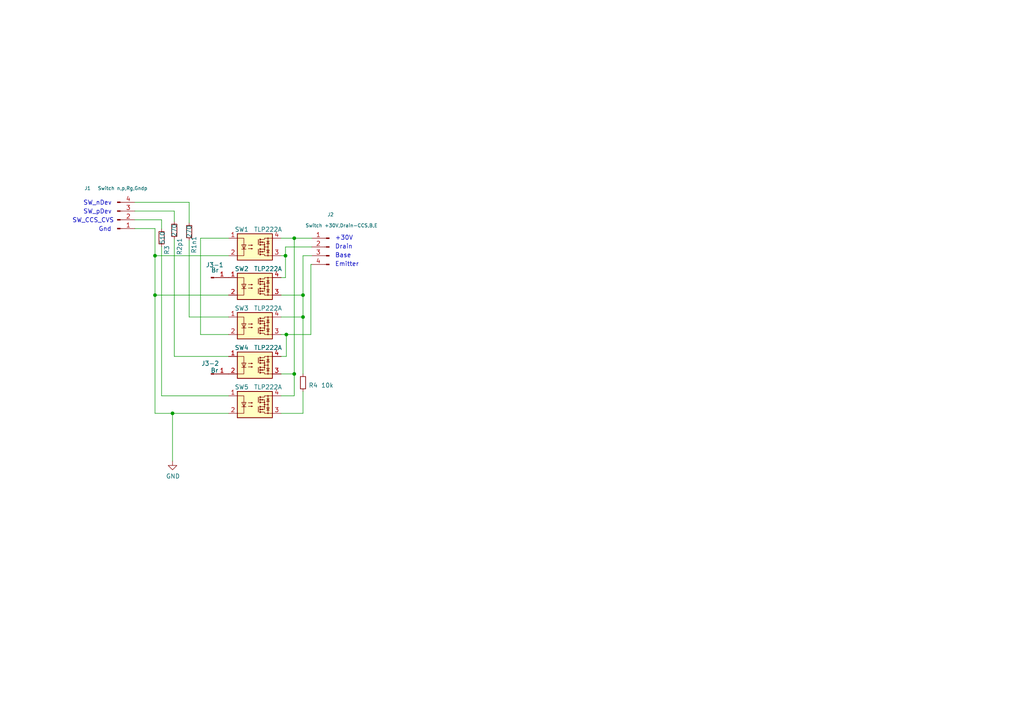
<source format=kicad_sch>
(kicad_sch (version 20211123) (generator eeschema)

  (uuid 4100db7a-9230-4f32-874f-cc5db8c21215)

  (paper "A4")

  (lib_symbols
    (symbol "Connector:Conn_01x01_Male" (pin_names (offset 1.016) hide) (in_bom yes) (on_board yes)
      (property "Reference" "J" (id 0) (at 0 2.54 0)
        (effects (font (size 1.27 1.27)))
      )
      (property "Value" "Conn_01x01_Male" (id 1) (at 0 -2.54 0)
        (effects (font (size 1.27 1.27)))
      )
      (property "Footprint" "" (id 2) (at 0 0 0)
        (effects (font (size 1.27 1.27)) hide)
      )
      (property "Datasheet" "~" (id 3) (at 0 0 0)
        (effects (font (size 1.27 1.27)) hide)
      )
      (property "ki_keywords" "connector" (id 4) (at 0 0 0)
        (effects (font (size 1.27 1.27)) hide)
      )
      (property "ki_description" "Generic connector, single row, 01x01, script generated (kicad-library-utils/schlib/autogen/connector/)" (id 5) (at 0 0 0)
        (effects (font (size 1.27 1.27)) hide)
      )
      (property "ki_fp_filters" "Connector*:*" (id 6) (at 0 0 0)
        (effects (font (size 1.27 1.27)) hide)
      )
      (symbol "Conn_01x01_Male_1_1"
        (polyline
          (pts
            (xy 1.27 0)
            (xy 0.8636 0)
          )
          (stroke (width 0.1524) (type default) (color 0 0 0 0))
          (fill (type none))
        )
        (rectangle (start 0.8636 0.127) (end 0 -0.127)
          (stroke (width 0.1524) (type default) (color 0 0 0 0))
          (fill (type outline))
        )
        (pin passive line (at 5.08 0 180) (length 3.81)
          (name "Pin_1" (effects (font (size 1.27 1.27))))
          (number "1" (effects (font (size 1.27 1.27))))
        )
      )
    )
    (symbol "Connector:Conn_01x04_Male" (pin_names (offset 1.016) hide) (in_bom yes) (on_board yes)
      (property "Reference" "J" (id 0) (at 0 5.08 0)
        (effects (font (size 1.27 1.27)))
      )
      (property "Value" "Conn_01x04_Male" (id 1) (at 0 -7.62 0)
        (effects (font (size 1.27 1.27)))
      )
      (property "Footprint" "" (id 2) (at 0 0 0)
        (effects (font (size 1.27 1.27)) hide)
      )
      (property "Datasheet" "~" (id 3) (at 0 0 0)
        (effects (font (size 1.27 1.27)) hide)
      )
      (property "ki_keywords" "connector" (id 4) (at 0 0 0)
        (effects (font (size 1.27 1.27)) hide)
      )
      (property "ki_description" "Generic connector, single row, 01x04, script generated (kicad-library-utils/schlib/autogen/connector/)" (id 5) (at 0 0 0)
        (effects (font (size 1.27 1.27)) hide)
      )
      (property "ki_fp_filters" "Connector*:*_1x??_*" (id 6) (at 0 0 0)
        (effects (font (size 1.27 1.27)) hide)
      )
      (symbol "Conn_01x04_Male_1_1"
        (polyline
          (pts
            (xy 1.27 -5.08)
            (xy 0.8636 -5.08)
          )
          (stroke (width 0.1524) (type default) (color 0 0 0 0))
          (fill (type none))
        )
        (polyline
          (pts
            (xy 1.27 -2.54)
            (xy 0.8636 -2.54)
          )
          (stroke (width 0.1524) (type default) (color 0 0 0 0))
          (fill (type none))
        )
        (polyline
          (pts
            (xy 1.27 0)
            (xy 0.8636 0)
          )
          (stroke (width 0.1524) (type default) (color 0 0 0 0))
          (fill (type none))
        )
        (polyline
          (pts
            (xy 1.27 2.54)
            (xy 0.8636 2.54)
          )
          (stroke (width 0.1524) (type default) (color 0 0 0 0))
          (fill (type none))
        )
        (rectangle (start 0.8636 -4.953) (end 0 -5.207)
          (stroke (width 0.1524) (type default) (color 0 0 0 0))
          (fill (type outline))
        )
        (rectangle (start 0.8636 -2.413) (end 0 -2.667)
          (stroke (width 0.1524) (type default) (color 0 0 0 0))
          (fill (type outline))
        )
        (rectangle (start 0.8636 0.127) (end 0 -0.127)
          (stroke (width 0.1524) (type default) (color 0 0 0 0))
          (fill (type outline))
        )
        (rectangle (start 0.8636 2.667) (end 0 2.413)
          (stroke (width 0.1524) (type default) (color 0 0 0 0))
          (fill (type outline))
        )
        (pin passive line (at 5.08 2.54 180) (length 3.81)
          (name "Pin_1" (effects (font (size 1.27 1.27))))
          (number "1" (effects (font (size 1.27 1.27))))
        )
        (pin passive line (at 5.08 0 180) (length 3.81)
          (name "Pin_2" (effects (font (size 1.27 1.27))))
          (number "2" (effects (font (size 1.27 1.27))))
        )
        (pin passive line (at 5.08 -2.54 180) (length 3.81)
          (name "Pin_3" (effects (font (size 1.27 1.27))))
          (number "3" (effects (font (size 1.27 1.27))))
        )
        (pin passive line (at 5.08 -5.08 180) (length 3.81)
          (name "Pin_4" (effects (font (size 1.27 1.27))))
          (number "4" (effects (font (size 1.27 1.27))))
        )
      )
    )
    (symbol "Device:R_Small" (pin_numbers hide) (pin_names (offset 0.254) hide) (in_bom yes) (on_board yes)
      (property "Reference" "R" (id 0) (at 0.762 0.508 0)
        (effects (font (size 1.27 1.27)) (justify left))
      )
      (property "Value" "R_Small" (id 1) (at 0.762 -1.016 0)
        (effects (font (size 1.27 1.27)) (justify left))
      )
      (property "Footprint" "" (id 2) (at 0 0 0)
        (effects (font (size 1.27 1.27)) hide)
      )
      (property "Datasheet" "~" (id 3) (at 0 0 0)
        (effects (font (size 1.27 1.27)) hide)
      )
      (property "ki_keywords" "R resistor" (id 4) (at 0 0 0)
        (effects (font (size 1.27 1.27)) hide)
      )
      (property "ki_description" "Resistor, small symbol" (id 5) (at 0 0 0)
        (effects (font (size 1.27 1.27)) hide)
      )
      (property "ki_fp_filters" "R_*" (id 6) (at 0 0 0)
        (effects (font (size 1.27 1.27)) hide)
      )
      (symbol "R_Small_0_1"
        (rectangle (start -0.762 1.778) (end 0.762 -1.778)
          (stroke (width 0.2032) (type default) (color 0 0 0 0))
          (fill (type none))
        )
      )
      (symbol "R_Small_1_1"
        (pin passive line (at 0 2.54 270) (length 0.762)
          (name "~" (effects (font (size 1.27 1.27))))
          (number "1" (effects (font (size 1.27 1.27))))
        )
        (pin passive line (at 0 -2.54 90) (length 0.762)
          (name "~" (effects (font (size 1.27 1.27))))
          (number "2" (effects (font (size 1.27 1.27))))
        )
      )
    )
    (symbol "Relay_SolidState:TLP222A" (in_bom yes) (on_board yes)
      (property "Reference" "U" (id 0) (at -5.08 5.08 0)
        (effects (font (size 1.27 1.27)) (justify left))
      )
      (property "Value" "TLP222A" (id 1) (at 0 5.08 0)
        (effects (font (size 1.27 1.27)) (justify left))
      )
      (property "Footprint" "Package_DIP:DIP-4_W7.62mm" (id 2) (at -5.08 -5.08 0)
        (effects (font (size 1.27 1.27) italic) (justify left) hide)
      )
      (property "Datasheet" "https://toshiba.semicon-storage.com/info/docget.jsp?did=17036&prodName=TLP222A" (id 3) (at 0 0 0)
        (effects (font (size 1.27 1.27)) (justify left) hide)
      )
      (property "ki_keywords" "MOSFET Output Photorelay 1-Form-A" (id 4) (at 0 0 0)
        (effects (font (size 1.27 1.27)) hide)
      )
      (property "ki_description" "MOSFET Photorelay 1-Form-A, Voff 60V, Ion 0,5A, DIP4" (id 5) (at 0 0 0)
        (effects (font (size 1.27 1.27)) hide)
      )
      (property "ki_fp_filters" "DIP*W7.62mm*" (id 6) (at 0 0 0)
        (effects (font (size 1.27 1.27)) hide)
      )
      (symbol "TLP222A_0_1"
        (rectangle (start -5.08 3.81) (end 5.08 -3.81)
          (stroke (width 0.254) (type default) (color 0 0 0 0))
          (fill (type background))
        )
        (polyline
          (pts
            (xy -3.81 -0.635)
            (xy -2.54 -0.635)
          )
          (stroke (width 0) (type default) (color 0 0 0 0))
          (fill (type none))
        )
        (polyline
          (pts
            (xy 1.016 -0.635)
            (xy 1.016 -2.159)
          )
          (stroke (width 0.2032) (type default) (color 0 0 0 0))
          (fill (type none))
        )
        (polyline
          (pts
            (xy 1.016 2.159)
            (xy 1.016 0.635)
          )
          (stroke (width 0.2032) (type default) (color 0 0 0 0))
          (fill (type none))
        )
        (polyline
          (pts
            (xy 1.524 -0.508)
            (xy 1.524 -0.762)
          )
          (stroke (width 0.3556) (type default) (color 0 0 0 0))
          (fill (type none))
        )
        (polyline
          (pts
            (xy 2.794 0)
            (xy 3.81 0)
          )
          (stroke (width 0) (type default) (color 0 0 0 0))
          (fill (type none))
        )
        (polyline
          (pts
            (xy 3.429 -1.651)
            (xy 4.191 -1.651)
          )
          (stroke (width 0) (type default) (color 0 0 0 0))
          (fill (type none))
        )
        (polyline
          (pts
            (xy 3.429 1.651)
            (xy 4.191 1.651)
          )
          (stroke (width 0) (type default) (color 0 0 0 0))
          (fill (type none))
        )
        (polyline
          (pts
            (xy 3.81 -2.54)
            (xy 3.81 2.54)
          )
          (stroke (width 0) (type default) (color 0 0 0 0))
          (fill (type none))
        )
        (polyline
          (pts
            (xy 1.524 -2.032)
            (xy 1.524 -2.286)
            (xy 1.524 -2.286)
          )
          (stroke (width 0.3556) (type default) (color 0 0 0 0))
          (fill (type none))
        )
        (polyline
          (pts
            (xy 1.524 -1.27)
            (xy 1.524 -1.524)
            (xy 1.524 -1.524)
          )
          (stroke (width 0.3556) (type default) (color 0 0 0 0))
          (fill (type none))
        )
        (polyline
          (pts
            (xy 1.524 0.762)
            (xy 1.524 0.508)
            (xy 1.524 0.508)
          )
          (stroke (width 0.3556) (type default) (color 0 0 0 0))
          (fill (type none))
        )
        (polyline
          (pts
            (xy 1.524 1.524)
            (xy 1.524 1.27)
            (xy 1.524 1.27)
          )
          (stroke (width 0.3556) (type default) (color 0 0 0 0))
          (fill (type none))
        )
        (polyline
          (pts
            (xy 1.524 2.286)
            (xy 1.524 2.032)
            (xy 1.524 2.032)
          )
          (stroke (width 0.3556) (type default) (color 0 0 0 0))
          (fill (type none))
        )
        (polyline
          (pts
            (xy 1.651 -1.397)
            (xy 2.794 -1.397)
            (xy 2.794 -0.635)
          )
          (stroke (width 0) (type default) (color 0 0 0 0))
          (fill (type none))
        )
        (polyline
          (pts
            (xy 1.651 1.397)
            (xy 2.794 1.397)
            (xy 2.794 0.635)
          )
          (stroke (width 0) (type default) (color 0 0 0 0))
          (fill (type none))
        )
        (polyline
          (pts
            (xy -5.08 2.54)
            (xy -3.175 2.54)
            (xy -3.175 -2.54)
            (xy -5.08 -2.54)
          )
          (stroke (width 0) (type default) (color 0 0 0 0))
          (fill (type none))
        )
        (polyline
          (pts
            (xy -3.175 -0.635)
            (xy -3.81 0.635)
            (xy -2.54 0.635)
            (xy -3.175 -0.635)
          )
          (stroke (width 0) (type default) (color 0 0 0 0))
          (fill (type none))
        )
        (polyline
          (pts
            (xy 1.651 -2.159)
            (xy 2.794 -2.159)
            (xy 2.794 -2.54)
            (xy 5.08 -2.54)
          )
          (stroke (width 0) (type default) (color 0 0 0 0))
          (fill (type none))
        )
        (polyline
          (pts
            (xy 1.651 -0.635)
            (xy 2.794 -0.635)
            (xy 2.794 0.635)
            (xy 1.651 0.635)
          )
          (stroke (width 0) (type default) (color 0 0 0 0))
          (fill (type none))
        )
        (polyline
          (pts
            (xy 1.651 2.159)
            (xy 2.794 2.159)
            (xy 2.794 2.54)
            (xy 5.08 2.54)
          )
          (stroke (width 0) (type default) (color 0 0 0 0))
          (fill (type none))
        )
        (polyline
          (pts
            (xy 1.778 -1.397)
            (xy 2.286 -1.27)
            (xy 2.286 -1.524)
            (xy 1.778 -1.397)
          )
          (stroke (width 0) (type default) (color 0 0 0 0))
          (fill (type none))
        )
        (polyline
          (pts
            (xy 1.778 1.397)
            (xy 2.286 1.524)
            (xy 2.286 1.27)
            (xy 1.778 1.397)
          )
          (stroke (width 0) (type default) (color 0 0 0 0))
          (fill (type none))
        )
        (polyline
          (pts
            (xy 3.81 -1.651)
            (xy 3.429 -0.889)
            (xy 4.191 -0.889)
            (xy 3.81 -1.651)
          )
          (stroke (width 0) (type default) (color 0 0 0 0))
          (fill (type none))
        )
        (polyline
          (pts
            (xy 3.81 1.651)
            (xy 3.429 0.889)
            (xy 4.191 0.889)
            (xy 3.81 1.651)
          )
          (stroke (width 0) (type default) (color 0 0 0 0))
          (fill (type none))
        )
        (polyline
          (pts
            (xy -1.905 -0.508)
            (xy -0.635 -0.508)
            (xy -1.016 -0.635)
            (xy -1.016 -0.381)
            (xy -0.635 -0.508)
          )
          (stroke (width 0) (type default) (color 0 0 0 0))
          (fill (type none))
        )
        (polyline
          (pts
            (xy -1.905 0.508)
            (xy -0.635 0.508)
            (xy -1.016 0.381)
            (xy -1.016 0.635)
            (xy -0.635 0.508)
          )
          (stroke (width 0) (type default) (color 0 0 0 0))
          (fill (type none))
        )
        (circle (center 2.794 -0.635) (radius 0.127)
          (stroke (width 0) (type default) (color 0 0 0 0))
          (fill (type none))
        )
        (circle (center 2.794 0) (radius 0.127)
          (stroke (width 0) (type default) (color 0 0 0 0))
          (fill (type none))
        )
        (circle (center 2.794 0.635) (radius 0.127)
          (stroke (width 0) (type default) (color 0 0 0 0))
          (fill (type none))
        )
        (circle (center 3.81 -2.54) (radius 0.127)
          (stroke (width 0) (type default) (color 0 0 0 0))
          (fill (type none))
        )
        (circle (center 3.81 0) (radius 0.127)
          (stroke (width 0) (type default) (color 0 0 0 0))
          (fill (type none))
        )
        (circle (center 3.81 2.54) (radius 0.127)
          (stroke (width 0) (type default) (color 0 0 0 0))
          (fill (type none))
        )
      )
      (symbol "TLP222A_1_1"
        (pin passive line (at -7.62 2.54 0) (length 2.54)
          (name "~" (effects (font (size 1.27 1.27))))
          (number "1" (effects (font (size 1.27 1.27))))
        )
        (pin passive line (at -7.62 -2.54 0) (length 2.54)
          (name "~" (effects (font (size 1.27 1.27))))
          (number "2" (effects (font (size 1.27 1.27))))
        )
        (pin passive line (at 7.62 -2.54 180) (length 2.54)
          (name "~" (effects (font (size 1.27 1.27))))
          (number "3" (effects (font (size 1.27 1.27))))
        )
        (pin passive line (at 7.62 2.54 180) (length 2.54)
          (name "~" (effects (font (size 1.27 1.27))))
          (number "4" (effects (font (size 1.27 1.27))))
        )
      )
    )
    (symbol "power:GND" (power) (pin_names (offset 0)) (in_bom yes) (on_board yes)
      (property "Reference" "#PWR" (id 0) (at 0 -6.35 0)
        (effects (font (size 1.27 1.27)) hide)
      )
      (property "Value" "GND" (id 1) (at 0 -3.81 0)
        (effects (font (size 1.27 1.27)))
      )
      (property "Footprint" "" (id 2) (at 0 0 0)
        (effects (font (size 1.27 1.27)) hide)
      )
      (property "Datasheet" "" (id 3) (at 0 0 0)
        (effects (font (size 1.27 1.27)) hide)
      )
      (property "ki_keywords" "global power" (id 4) (at 0 0 0)
        (effects (font (size 1.27 1.27)) hide)
      )
      (property "ki_description" "Power symbol creates a global label with name \"GND\" , ground" (id 5) (at 0 0 0)
        (effects (font (size 1.27 1.27)) hide)
      )
      (symbol "GND_0_1"
        (polyline
          (pts
            (xy 0 0)
            (xy 0 -1.27)
            (xy 1.27 -1.27)
            (xy 0 -2.54)
            (xy -1.27 -1.27)
            (xy 0 -1.27)
          )
          (stroke (width 0) (type default) (color 0 0 0 0))
          (fill (type none))
        )
      )
      (symbol "GND_1_1"
        (pin power_in line (at 0 0 270) (length 0) hide
          (name "GND" (effects (font (size 1.27 1.27))))
          (number "1" (effects (font (size 1.27 1.27))))
        )
      )
    )
  )

  (junction (at 85.344 108.458) (diameter 0) (color 0 0 0 0)
    (uuid 1fd86ab9-479a-4ba6-b98b-2d6f10503408)
  )
  (junction (at 44.958 74.168) (diameter 0) (color 0 0 0 0)
    (uuid 2d6d2eff-df19-4a56-ad29-ee84f1a4f0e2)
  )
  (junction (at 85.344 69.088) (diameter 0) (color 0 0 0 0)
    (uuid 2e8f7772-32c1-477c-b7d5-e302535d989a)
  )
  (junction (at 82.804 74.168) (diameter 0) (color 0 0 0 0)
    (uuid 372bb323-fc0c-415d-98b0-000fa22a2828)
  )
  (junction (at 87.884 85.598) (diameter 0) (color 0 0 0 0)
    (uuid 6f083b58-4795-42ea-a871-163dc39d025a)
  )
  (junction (at 50.038 119.888) (diameter 0) (color 0 0 0 0)
    (uuid a6b9e26e-6a0b-42c6-b58f-9f1e13a51943)
  )
  (junction (at 44.958 85.598) (diameter 0) (color 0 0 0 0)
    (uuid de1f553e-abdf-4ce7-9142-a3cbfe9302a1)
  )
  (junction (at 83.058 97.028) (diameter 0) (color 0 0 0 0)
    (uuid e7afa008-2d81-4642-a60a-b97c690a09a7)
  )
  (junction (at 87.884 91.948) (diameter 0) (color 0 0 0 0)
    (uuid f7e42e41-5764-4eba-a320-78c92bd9a3d6)
  )

  (wire (pts (xy 44.958 74.168) (xy 44.958 85.598))
    (stroke (width 0) (type default) (color 0 0 0 0))
    (uuid 10a79efa-a547-43df-b303-1c0ec1fee9f6)
  )
  (wire (pts (xy 44.958 119.888) (xy 44.958 85.598))
    (stroke (width 0) (type default) (color 0 0 0 0))
    (uuid 15137571-5678-4c5f-ad16-3be5d9868c5b)
  )
  (wire (pts (xy 81.534 108.458) (xy 85.344 108.458))
    (stroke (width 0) (type default) (color 0 0 0 0))
    (uuid 15daee67-08df-47a1-943b-1d133b597e90)
  )
  (wire (pts (xy 44.958 66.294) (xy 44.958 74.168))
    (stroke (width 0) (type default) (color 0 0 0 0))
    (uuid 21141220-5f5e-4fbe-b35a-50ea4c9930e9)
  )
  (wire (pts (xy 87.884 85.598) (xy 87.884 91.948))
    (stroke (width 0) (type default) (color 0 0 0 0))
    (uuid 2b42ab25-4771-4eaa-96f9-70a828866b78)
  )
  (wire (pts (xy 66.294 114.808) (xy 46.863 114.808))
    (stroke (width 0) (type default) (color 0 0 0 0))
    (uuid 2be8928c-674e-4648-b85c-c451fe7ef362)
  )
  (wire (pts (xy 81.534 114.808) (xy 85.344 114.808))
    (stroke (width 0) (type default) (color 0 0 0 0))
    (uuid 30861110-19e6-40e7-b5d9-3de16f134125)
  )
  (wire (pts (xy 81.534 103.378) (xy 83.058 103.378))
    (stroke (width 0) (type default) (color 0 0 0 0))
    (uuid 330250ae-6a0e-4827-9da2-1f93dd9a6054)
  )
  (wire (pts (xy 50.546 61.214) (xy 50.546 64.262))
    (stroke (width 0) (type default) (color 0 0 0 0))
    (uuid 33094ffe-b342-4a39-81a4-004c440a6e51)
  )
  (wire (pts (xy 58.166 69.088) (xy 66.294 69.088))
    (stroke (width 0) (type default) (color 0 0 0 0))
    (uuid 40a30a4c-1f8a-413d-bddd-7539d2f80485)
  )
  (wire (pts (xy 82.804 74.168) (xy 82.804 71.628))
    (stroke (width 0) (type default) (color 0 0 0 0))
    (uuid 42cbd19d-d389-45a8-ad86-a3ba49c33657)
  )
  (wire (pts (xy 81.534 80.518) (xy 82.804 80.518))
    (stroke (width 0) (type default) (color 0 0 0 0))
    (uuid 43b6712b-1c27-4e20-b1ed-0340a6f418c7)
  )
  (wire (pts (xy 58.166 69.088) (xy 58.166 97.028))
    (stroke (width 0) (type default) (color 0 0 0 0))
    (uuid 43f1f9d6-deb4-46c8-937b-0eba14c33823)
  )
  (wire (pts (xy 90.17 97.028) (xy 90.17 76.708))
    (stroke (width 0) (type default) (color 0 0 0 0))
    (uuid 459e7480-93da-4d26-8161-8985a2177fcf)
  )
  (wire (pts (xy 81.534 74.168) (xy 82.804 74.168))
    (stroke (width 0) (type default) (color 0 0 0 0))
    (uuid 48782628-f238-4c22-8773-0c13ece411da)
  )
  (wire (pts (xy 50.546 69.342) (xy 50.546 103.378))
    (stroke (width 0) (type default) (color 0 0 0 0))
    (uuid 4c2ad6cf-bb9a-4dde-b7cf-13bf53e2f226)
  )
  (wire (pts (xy 83.058 97.028) (xy 90.17 97.028))
    (stroke (width 0) (type default) (color 0 0 0 0))
    (uuid 59045fe6-af56-4491-b0d5-439780158e09)
  )
  (wire (pts (xy 87.884 74.168) (xy 87.884 85.598))
    (stroke (width 0) (type default) (color 0 0 0 0))
    (uuid 59d3971c-3de3-4cde-b447-3c2e7e20c851)
  )
  (wire (pts (xy 44.958 119.888) (xy 50.038 119.888))
    (stroke (width 0) (type default) (color 0 0 0 0))
    (uuid 5d7bfd7b-8498-4a2c-be38-93966b926848)
  )
  (wire (pts (xy 54.864 91.948) (xy 66.294 91.948))
    (stroke (width 0) (type default) (color 0 0 0 0))
    (uuid 625cbdda-43a7-42b5-b62b-a6aa65b52d7d)
  )
  (wire (pts (xy 81.534 85.598) (xy 87.884 85.598))
    (stroke (width 0) (type default) (color 0 0 0 0))
    (uuid 74b70a8d-fbbf-4d60-9fe8-93216d114a74)
  )
  (wire (pts (xy 87.884 113.538) (xy 87.884 119.888))
    (stroke (width 0) (type default) (color 0 0 0 0))
    (uuid 7eb8bd25-1bf2-46a0-ae00-6a86c9dcf853)
  )
  (wire (pts (xy 39.116 58.674) (xy 54.864 58.674))
    (stroke (width 0) (type default) (color 0 0 0 0))
    (uuid 82ca0ae8-4355-4435-aaa1-cab5ec4b2e54)
  )
  (wire (pts (xy 39.116 66.294) (xy 44.958 66.294))
    (stroke (width 0) (type default) (color 0 0 0 0))
    (uuid 83cb9b54-74b9-4b1a-8737-abf055823ef2)
  )
  (wire (pts (xy 82.804 71.628) (xy 90.424 71.628))
    (stroke (width 0) (type default) (color 0 0 0 0))
    (uuid 862e3e38-1711-46ea-b9b4-293e2470416d)
  )
  (wire (pts (xy 39.116 63.754) (xy 46.863 63.754))
    (stroke (width 0) (type default) (color 0 0 0 0))
    (uuid 8698beaa-63b3-4dc2-bac5-7b8622a9d631)
  )
  (wire (pts (xy 81.534 69.088) (xy 85.344 69.088))
    (stroke (width 0) (type default) (color 0 0 0 0))
    (uuid 8b05a6d9-820a-4318-a3e6-3c8452db608b)
  )
  (wire (pts (xy 85.344 69.088) (xy 85.344 108.458))
    (stroke (width 0) (type default) (color 0 0 0 0))
    (uuid 8f438442-91f1-4202-b47b-91b8182a4de6)
  )
  (wire (pts (xy 81.534 97.028) (xy 83.058 97.028))
    (stroke (width 0) (type default) (color 0 0 0 0))
    (uuid a0e32253-3b2c-4619-8af6-9ff7a5fa7e9a)
  )
  (wire (pts (xy 46.863 63.754) (xy 46.863 66.421))
    (stroke (width 0) (type default) (color 0 0 0 0))
    (uuid a9c3e3e3-924e-46bd-bc5a-2f9248ee2ca8)
  )
  (wire (pts (xy 44.958 74.168) (xy 66.294 74.168))
    (stroke (width 0) (type default) (color 0 0 0 0))
    (uuid ab2c5fa4-56dd-4b20-a205-93dca63eab3b)
  )
  (wire (pts (xy 81.534 119.888) (xy 87.884 119.888))
    (stroke (width 0) (type default) (color 0 0 0 0))
    (uuid aec7942a-d721-401a-b9e2-875ab81a6b67)
  )
  (wire (pts (xy 50.546 103.378) (xy 66.294 103.378))
    (stroke (width 0) (type default) (color 0 0 0 0))
    (uuid aee68ca9-527d-4f50-ac59-421cd99a63a1)
  )
  (wire (pts (xy 87.884 91.948) (xy 87.884 108.458))
    (stroke (width 0) (type default) (color 0 0 0 0))
    (uuid b6518771-5e3e-4258-b388-153b6b6c9bea)
  )
  (wire (pts (xy 44.958 85.598) (xy 66.294 85.598))
    (stroke (width 0) (type default) (color 0 0 0 0))
    (uuid b727255e-f4c8-4085-aab8-ab4aa19324a7)
  )
  (wire (pts (xy 81.534 91.948) (xy 87.884 91.948))
    (stroke (width 0) (type default) (color 0 0 0 0))
    (uuid bb16b176-b9e5-4b28-91ec-67305619fe90)
  )
  (wire (pts (xy 87.884 74.168) (xy 90.424 74.168))
    (stroke (width 0) (type default) (color 0 0 0 0))
    (uuid bb53ffa4-c573-47fe-85e4-e64b76bbd6c5)
  )
  (wire (pts (xy 85.344 69.088) (xy 90.424 69.088))
    (stroke (width 0) (type default) (color 0 0 0 0))
    (uuid c0a38de0-3922-4d53-831e-29a2c1307ee8)
  )
  (wire (pts (xy 82.804 74.168) (xy 82.804 80.518))
    (stroke (width 0) (type default) (color 0 0 0 0))
    (uuid c36623e6-52f3-47f7-80a3-f169ebb59116)
  )
  (wire (pts (xy 83.058 97.028) (xy 83.058 103.378))
    (stroke (width 0) (type default) (color 0 0 0 0))
    (uuid c4580c1f-c2ed-4ae7-8a12-2b7b8dc4e813)
  )
  (wire (pts (xy 39.116 61.214) (xy 50.546 61.214))
    (stroke (width 0) (type default) (color 0 0 0 0))
    (uuid c47d7973-7028-4168-8388-ecb2bb798573)
  )
  (wire (pts (xy 50.038 119.888) (xy 50.038 133.731))
    (stroke (width 0) (type default) (color 0 0 0 0))
    (uuid cc1e22d4-dd12-44b3-b687-56daedf624ed)
  )
  (wire (pts (xy 46.863 71.501) (xy 46.863 114.808))
    (stroke (width 0) (type default) (color 0 0 0 0))
    (uuid d69ccc4a-3dff-40a0-aa1d-4d80a071ae1f)
  )
  (wire (pts (xy 54.864 58.674) (xy 54.864 64.643))
    (stroke (width 0) (type default) (color 0 0 0 0))
    (uuid d82f357a-2af1-4681-9529-7868fbcde57a)
  )
  (wire (pts (xy 50.038 119.888) (xy 66.294 119.888))
    (stroke (width 0) (type default) (color 0 0 0 0))
    (uuid dce02531-4e0a-40eb-b360-7062ebd13d33)
  )
  (wire (pts (xy 90.17 76.708) (xy 90.424 76.708))
    (stroke (width 0) (type default) (color 0 0 0 0))
    (uuid e6c10b74-344f-44ac-993e-80fab8b97a89)
  )
  (wire (pts (xy 85.344 108.458) (xy 85.344 114.808))
    (stroke (width 0) (type default) (color 0 0 0 0))
    (uuid f2fc50d3-afa4-4fd8-ae78-a6c089bf41f3)
  )
  (wire (pts (xy 54.864 91.948) (xy 54.864 69.723))
    (stroke (width 0) (type default) (color 0 0 0 0))
    (uuid f5fff607-f11d-4e9f-86f1-c77918d0eca5)
  )
  (wire (pts (xy 58.166 97.028) (xy 66.294 97.028))
    (stroke (width 0) (type default) (color 0 0 0 0))
    (uuid faa12b58-fa65-45fc-8e19-d1ae5b374aff)
  )

  (text "Base" (at 97.155 74.93 0)
    (effects (font (size 1.27 1.27)) (justify left bottom))
    (uuid 23d4c5b6-1733-451a-90ea-5506711af135)
  )
  (text "SW_pDev" (at 24.13 62.23 0)
    (effects (font (size 1.27 1.27)) (justify left bottom))
    (uuid 28ac73b1-a4a7-4947-bef5-0ba52fc47adc)
  )
  (text "SW_CCS_CVS" (at 20.955 64.77 0)
    (effects (font (size 1.27 1.27)) (justify left bottom))
    (uuid 3bf9b5cd-e05e-4c23-9b4d-daabfc6ecb90)
  )
  (text "SW_nDev" (at 24.13 59.69 0)
    (effects (font (size 1.27 1.27)) (justify left bottom))
    (uuid 8082fac7-e53f-4ab8-bd7d-4b852c75f3ff)
  )
  (text "+30V" (at 97.155 69.85 0)
    (effects (font (size 1.27 1.27)) (justify left bottom))
    (uuid 81c376c0-bb59-40c9-b0dc-9da0315a4802)
  )
  (text "Drain" (at 97.155 72.39 0)
    (effects (font (size 1.27 1.27)) (justify left bottom))
    (uuid a95347ce-8739-42d9-ac6f-c7105f14d2d7)
  )
  (text "Emitter" (at 97.155 77.47 0)
    (effects (font (size 1.27 1.27)) (justify left bottom))
    (uuid e5a86e50-9494-4caa-af8c-221cb67b9fe6)
  )
  (text "Gnd" (at 28.575 67.31 0)
    (effects (font (size 1.27 1.27)) (justify left bottom))
    (uuid f2f171fd-81ef-4213-9f6b-dad7e191b3ad)
  )

  (symbol (lib_id "Relay_SolidState:TLP222A") (at 73.914 71.628 0) (unit 1)
    (in_bom yes) (on_board yes)
    (uuid 00000000-0000-0000-0000-0000620a01b4)
    (property "Reference" "SW1" (id 0) (at 70.104 66.548 0))
    (property "Value" "TLP222A" (id 1) (at 77.724 66.548 0))
    (property "Footprint" "Package_DIP:DIP-4_W7.62mm" (id 2) (at 68.834 76.708 0)
      (effects (font (size 1.27 1.27) italic) (justify left) hide)
    )
    (property "Datasheet" "https://toshiba.semicon-storage.com/info/docget.jsp?did=17036&prodName=TLP222A" (id 3) (at 73.914 71.628 0)
      (effects (font (size 1.27 1.27)) (justify left) hide)
    )
    (pin "1" (uuid 6c7358b8-ceca-41f8-a851-7337fbefcf9e))
    (pin "2" (uuid 16b0fef2-500a-4acb-b90a-414e347b3051))
    (pin "3" (uuid 94aa1deb-75e5-4ff1-9091-4890e237f1b6))
    (pin "4" (uuid 5a9980db-cdd9-4a99-8f6a-21bf31debb52))
  )

  (symbol (lib_id "Relay_SolidState:TLP222A") (at 73.914 105.918 0) (unit 1)
    (in_bom yes) (on_board yes)
    (uuid 00000000-0000-0000-0000-0000621cdc23)
    (property "Reference" "SW4" (id 0) (at 70.104 100.838 0))
    (property "Value" "TLP222A" (id 1) (at 77.724 100.838 0))
    (property "Footprint" "Package_DIP:DIP-4_W7.62mm" (id 2) (at 68.834 110.998 0)
      (effects (font (size 1.27 1.27) italic) (justify left) hide)
    )
    (property "Datasheet" "https://toshiba.semicon-storage.com/info/docget.jsp?did=17036&prodName=TLP222A" (id 3) (at 73.914 105.918 0)
      (effects (font (size 1.27 1.27)) (justify left) hide)
    )
    (pin "1" (uuid fa008ff9-cefb-4269-805d-1debc2290ad3))
    (pin "2" (uuid f3bdb640-e38d-4998-89c1-3aaf90a54634))
    (pin "3" (uuid 2b038ae5-fb68-41f9-8381-cc18575913c3))
    (pin "4" (uuid b0e13ad4-5d7c-4926-8c8f-121cd9cb3094))
  )

  (symbol (lib_id "Device:R_Small") (at 54.864 67.183 180) (unit 1)
    (in_bom yes) (on_board yes)
    (uuid 00000000-0000-0000-0000-0000621eabd4)
    (property "Reference" "R1n1" (id 0) (at 56.261 70.993 90))
    (property "Value" "270" (id 1) (at 54.864 67.183 90))
    (property "Footprint" "Resistor_SMD:R_1206_3216Metric_Pad1.30x1.75mm_HandSolder" (id 2) (at 54.864 67.183 0)
      (effects (font (size 1.27 1.27)) hide)
    )
    (property "Datasheet" "~" (id 3) (at 54.864 67.183 0)
      (effects (font (size 1.27 1.27)) hide)
    )
    (pin "1" (uuid 84983ce1-1610-446c-8624-306615b7ef72))
    (pin "2" (uuid ab8ebeb6-0723-4728-96f4-13f0c4edee18))
  )

  (symbol (lib_id "Device:R_Small") (at 50.546 66.802 0) (unit 1)
    (in_bom yes) (on_board yes)
    (uuid 00000000-0000-0000-0000-0000621ec67f)
    (property "Reference" "R2p1" (id 0) (at 52.07 71.501 90))
    (property "Value" "270" (id 1) (at 50.546 66.802 90))
    (property "Footprint" "Resistor_SMD:R_1206_3216Metric_Pad1.30x1.75mm_HandSolder" (id 2) (at 50.546 66.802 0)
      (effects (font (size 1.27 1.27)) hide)
    )
    (property "Datasheet" "~" (id 3) (at 50.546 66.802 0)
      (effects (font (size 1.27 1.27)) hide)
    )
    (pin "1" (uuid aba186c7-25de-469e-a1bb-b2e22086502d))
    (pin "2" (uuid 12079283-fdc8-4c74-b1a7-ff342ae8143d))
  )

  (symbol (lib_id "Device:R_Small") (at 46.863 68.961 0) (unit 1)
    (in_bom yes) (on_board yes)
    (uuid 00000000-0000-0000-0000-000062257219)
    (property "Reference" "R3" (id 0) (at 48.387 72.517 90))
    (property "Value" "510" (id 1) (at 47.117 68.961 90))
    (property "Footprint" "Resistor_SMD:R_1206_3216Metric_Pad1.30x1.75mm_HandSolder" (id 2) (at 46.863 68.961 0)
      (effects (font (size 1.27 1.27)) hide)
    )
    (property "Datasheet" "~" (id 3) (at 46.863 68.961 0)
      (effects (font (size 1.27 1.27)) hide)
    )
    (pin "1" (uuid 94b5dfcd-e5cc-40c8-8a33-a6b4b1daec9a))
    (pin "2" (uuid b2ee27cc-83f5-4a60-8857-5b1deb33cb18))
  )

  (symbol (lib_id "Relay_SolidState:TLP222A") (at 73.914 94.488 0) (unit 1)
    (in_bom yes) (on_board yes)
    (uuid 00000000-0000-0000-0000-0000628579bb)
    (property "Reference" "SW3" (id 0) (at 70.104 89.408 0))
    (property "Value" "TLP222A" (id 1) (at 77.724 89.408 0))
    (property "Footprint" "Package_DIP:DIP-4_W7.62mm" (id 2) (at 68.834 99.568 0)
      (effects (font (size 1.27 1.27) italic) (justify left) hide)
    )
    (property "Datasheet" "https://toshiba.semicon-storage.com/info/docget.jsp?did=17036&prodName=TLP222A" (id 3) (at 73.914 94.488 0)
      (effects (font (size 1.27 1.27)) (justify left) hide)
    )
    (pin "1" (uuid ca518983-699f-43d2-9b32-9be68ec9b639))
    (pin "2" (uuid f74c6d8c-b2cf-4765-ba8c-70e56c230a56))
    (pin "3" (uuid b1790842-9558-496f-a473-493dc50cbf76))
    (pin "4" (uuid de9b7579-733e-4bb0-91a4-2baac23bd7a3))
  )

  (symbol (lib_id "Relay_SolidState:TLP222A") (at 73.914 83.058 0) (unit 1)
    (in_bom yes) (on_board yes)
    (uuid 00000000-0000-0000-0000-00006289ac96)
    (property "Reference" "SW2" (id 0) (at 70.104 77.978 0))
    (property "Value" "TLP222A" (id 1) (at 77.724 77.978 0))
    (property "Footprint" "Package_DIP:DIP-4_W7.62mm" (id 2) (at 68.834 88.138 0)
      (effects (font (size 1.27 1.27) italic) (justify left) hide)
    )
    (property "Datasheet" "https://toshiba.semicon-storage.com/info/docget.jsp?did=17036&prodName=TLP222A" (id 3) (at 73.914 83.058 0)
      (effects (font (size 1.27 1.27)) (justify left) hide)
    )
    (pin "1" (uuid 1242d916-8235-4a60-bcad-45e48528a50a))
    (pin "2" (uuid f635faed-d6ba-4e1d-94ac-b44c615f3543))
    (pin "3" (uuid 5fd7eef0-e868-4811-a5a6-447bd2e0eba5))
    (pin "4" (uuid 5872e19c-04af-44cc-b639-656c8822db4e))
  )

  (symbol (lib_id "Relay_SolidState:TLP222A") (at 73.914 117.348 0) (unit 1)
    (in_bom yes) (on_board yes)
    (uuid 00000000-0000-0000-0000-000062974252)
    (property "Reference" "SW5" (id 0) (at 70.104 112.268 0))
    (property "Value" "TLP222A" (id 1) (at 77.724 112.268 0))
    (property "Footprint" "Package_DIP:DIP-4_W7.62mm" (id 2) (at 68.834 122.428 0)
      (effects (font (size 1.27 1.27) italic) (justify left) hide)
    )
    (property "Datasheet" "https://toshiba.semicon-storage.com/info/docget.jsp?did=17036&prodName=TLP222A" (id 3) (at 73.914 117.348 0)
      (effects (font (size 1.27 1.27)) (justify left) hide)
    )
    (pin "1" (uuid 017a24e8-1b7f-48d4-b3da-26ac96175b3f))
    (pin "2" (uuid bfd66de6-531c-4bf3-b683-74b02b0d28be))
    (pin "3" (uuid a514468f-de3f-4153-b258-3b0d6bebd76e))
    (pin "4" (uuid 1ced2d0b-7f95-46cf-af3c-b807396ad639))
  )

  (symbol (lib_id "power:GND") (at 50.038 133.731 0) (unit 1)
    (in_bom yes) (on_board yes)
    (uuid 00000000-0000-0000-0000-0000629a88d9)
    (property "Reference" "#PWR02" (id 0) (at 50.038 140.081 0)
      (effects (font (size 1.27 1.27)) hide)
    )
    (property "Value" "GND" (id 1) (at 50.165 138.1252 0))
    (property "Footprint" "" (id 2) (at 50.038 133.731 0)
      (effects (font (size 1.27 1.27)) hide)
    )
    (property "Datasheet" "" (id 3) (at 50.038 133.731 0)
      (effects (font (size 1.27 1.27)) hide)
    )
    (pin "1" (uuid baa5a27e-1126-4cad-95ff-2d911da4d9f5))
  )

  (symbol (lib_id "Device:R_Small") (at 87.884 110.998 180) (unit 1)
    (in_bom yes) (on_board yes)
    (uuid 00000000-0000-0000-0000-000062a8e365)
    (property "Reference" "R4" (id 0) (at 92.202 111.76 0)
      (effects (font (size 1.27 1.27)) (justify left))
    )
    (property "Value" "10k" (id 1) (at 96.774 111.76 0)
      (effects (font (size 1.27 1.27)) (justify left))
    )
    (property "Footprint" "Resistor_THT:R_Axial_DIN0207_L6.3mm_D2.5mm_P10.16mm_Horizontal" (id 2) (at 87.884 110.998 0)
      (effects (font (size 1.27 1.27)) hide)
    )
    (property "Datasheet" "~" (id 3) (at 87.884 110.998 0)
      (effects (font (size 1.27 1.27)) hide)
    )
    (pin "1" (uuid eabce7ed-ade8-45ae-90d0-d273760ae702))
    (pin "2" (uuid 29fab846-7470-478d-9b5d-bfb9297c365f))
  )

  (symbol (lib_id "Connector:Conn_01x04_Male") (at 34.036 63.754 0) (mirror x) (unit 1)
    (in_bom yes) (on_board yes)
    (uuid 00000000-0000-0000-0000-000063942cda)
    (property "Reference" "J1" (id 0) (at 25.4 54.61 0)
      (effects (font (size 0.9906 0.9906)))
    )
    (property "Value" "Switch n,p,Rg,Gndp" (id 1) (at 35.56 54.61 0)
      (effects (font (size 0.9906 0.9906)))
    )
    (property "Footprint" "Connector_PinHeader_2.54mm:PinHeader_1x04_P2.54mm_Vertical" (id 2) (at 34.036 63.754 0)
      (effects (font (size 1.27 1.27)) hide)
    )
    (property "Datasheet" "~" (id 3) (at 34.036 63.754 0)
      (effects (font (size 1.27 1.27)) hide)
    )
    (pin "1" (uuid e8c8449f-65a3-4a79-b85b-2dd0edb50baf))
    (pin "2" (uuid b0200d5d-cf12-4760-a073-28b3a33e71f6))
    (pin "3" (uuid 41e826e9-741b-4763-a1f6-049c072e2f51))
    (pin "4" (uuid 7e1b7cb6-c496-4d12-8580-65b193c23702))
  )

  (symbol (lib_id "Connector:Conn_01x04_Male") (at 95.504 71.628 0) (mirror y) (unit 1)
    (in_bom yes) (on_board yes)
    (uuid 70b4b48e-2db7-4b33-bad6-21bbfa8e3711)
    (property "Reference" "J2" (id 0) (at 95.885 62.23 0)
      (effects (font (size 0.9906 0.9906)))
    )
    (property "Value" "Switch +30V,Drain-CCS,B,E" (id 1) (at 99.06 65.405 0)
      (effects (font (size 0.9906 0.9906)))
    )
    (property "Footprint" "Connector_PinHeader_2.54mm:PinHeader_1x04_P2.54mm_Vertical" (id 2) (at 95.504 71.628 0)
      (effects (font (size 1.27 1.27)) hide)
    )
    (property "Datasheet" "~" (id 3) (at 95.504 71.628 0)
      (effects (font (size 1.27 1.27)) hide)
    )
    (pin "1" (uuid 20608e88-2656-4e01-b560-4fdd85106da6))
    (pin "2" (uuid 5b098491-5595-4517-a7d1-0b302d86ea81))
    (pin "3" (uuid 21836ca3-6605-4c23-af5b-5a25f86d5604))
    (pin "4" (uuid 11bd2aaa-88ef-4090-8fe3-64c8e967b6eb))
  )

  (symbol (lib_id "Connector:Conn_01x01_Male") (at 61.214 80.518 0) (unit 1)
    (in_bom yes) (on_board yes)
    (uuid 7a7c8892-3477-4288-9152-80bdb52e561c)
    (property "Reference" "J3-1" (id 0) (at 59.69 76.835 0)
      (effects (font (size 1.27 1.27)) (justify left))
    )
    (property "Value" "Br" (id 1) (at 61.214 78.359 0)
      (effects (font (size 1.27 1.27)) (justify left))
    )
    (property "Footprint" "Connector_PinHeader_2.54mm:PinHeader_1x01_P2.54mm_Vertical" (id 2) (at 61.214 80.518 0)
      (effects (font (size 1.27 1.27)) hide)
    )
    (property "Datasheet" "~" (id 3) (at 61.214 80.518 0)
      (effects (font (size 1.27 1.27)) hide)
    )
    (pin "1" (uuid afa9a1cb-3772-4fe0-bbd0-cad115982821))
  )

  (symbol (lib_id "Connector:Conn_01x01_Male") (at 61.214 108.458 0) (unit 1)
    (in_bom yes) (on_board yes)
    (uuid c4c05645-ea8e-4790-92b8-3e10f6e7c65a)
    (property "Reference" "J3-2" (id 0) (at 60.96 105.41 0))
    (property "Value" "Br" (id 1) (at 62.23 107.442 0))
    (property "Footprint" "Connector_PinHeader_2.54mm:PinHeader_1x01_P2.54mm_Vertical" (id 2) (at 61.214 108.458 0)
      (effects (font (size 1.27 1.27)) hide)
    )
    (property "Datasheet" "~" (id 3) (at 61.214 108.458 0)
      (effects (font (size 1.27 1.27)) hide)
    )
    (pin "1" (uuid c26f8b60-c84e-4b9e-88ed-7722d3d2e2f0))
  )

  (sheet_instances
    (path "/" (page "1"))
  )

  (symbol_instances
    (path "/00000000-0000-0000-0000-0000629a88d9"
      (reference "#PWR02") (unit 1) (value "GND") (footprint "")
    )
    (path "/00000000-0000-0000-0000-000063942cda"
      (reference "J1") (unit 1) (value "Switch n,p,Rg,Gndp") (footprint "Connector_PinHeader_2.54mm:PinHeader_1x04_P2.54mm_Vertical")
    )
    (path "/70b4b48e-2db7-4b33-bad6-21bbfa8e3711"
      (reference "J2") (unit 1) (value "Switch +30V,Drain-CCS,B,E") (footprint "Connector_PinHeader_2.54mm:PinHeader_1x04_P2.54mm_Vertical")
    )
    (path "/7a7c8892-3477-4288-9152-80bdb52e561c"
      (reference "J3-1") (unit 1) (value "Br") (footprint "Connector_PinHeader_2.54mm:PinHeader_1x01_P2.54mm_Vertical")
    )
    (path "/c4c05645-ea8e-4790-92b8-3e10f6e7c65a"
      (reference "J3-2") (unit 1) (value "Br") (footprint "Connector_PinHeader_2.54mm:PinHeader_1x01_P2.54mm_Vertical")
    )
    (path "/00000000-0000-0000-0000-0000621eabd4"
      (reference "R1n1") (unit 1) (value "270") (footprint "Resistor_SMD:R_1206_3216Metric_Pad1.30x1.75mm_HandSolder")
    )
    (path "/00000000-0000-0000-0000-0000621ec67f"
      (reference "R2p1") (unit 1) (value "270") (footprint "Resistor_SMD:R_1206_3216Metric_Pad1.30x1.75mm_HandSolder")
    )
    (path "/00000000-0000-0000-0000-000062257219"
      (reference "R3") (unit 1) (value "510") (footprint "Resistor_SMD:R_1206_3216Metric_Pad1.30x1.75mm_HandSolder")
    )
    (path "/00000000-0000-0000-0000-000062a8e365"
      (reference "R4") (unit 1) (value "10k") (footprint "Resistor_THT:R_Axial_DIN0207_L6.3mm_D2.5mm_P10.16mm_Horizontal")
    )
    (path "/00000000-0000-0000-0000-0000620a01b4"
      (reference "SW1") (unit 1) (value "TLP222A") (footprint "Package_DIP:DIP-4_W7.62mm")
    )
    (path "/00000000-0000-0000-0000-00006289ac96"
      (reference "SW2") (unit 1) (value "TLP222A") (footprint "Package_DIP:DIP-4_W7.62mm")
    )
    (path "/00000000-0000-0000-0000-0000628579bb"
      (reference "SW3") (unit 1) (value "TLP222A") (footprint "Package_DIP:DIP-4_W7.62mm")
    )
    (path "/00000000-0000-0000-0000-0000621cdc23"
      (reference "SW4") (unit 1) (value "TLP222A") (footprint "Package_DIP:DIP-4_W7.62mm")
    )
    (path "/00000000-0000-0000-0000-000062974252"
      (reference "SW5") (unit 1) (value "TLP222A") (footprint "Package_DIP:DIP-4_W7.62mm")
    )
  )
)

</source>
